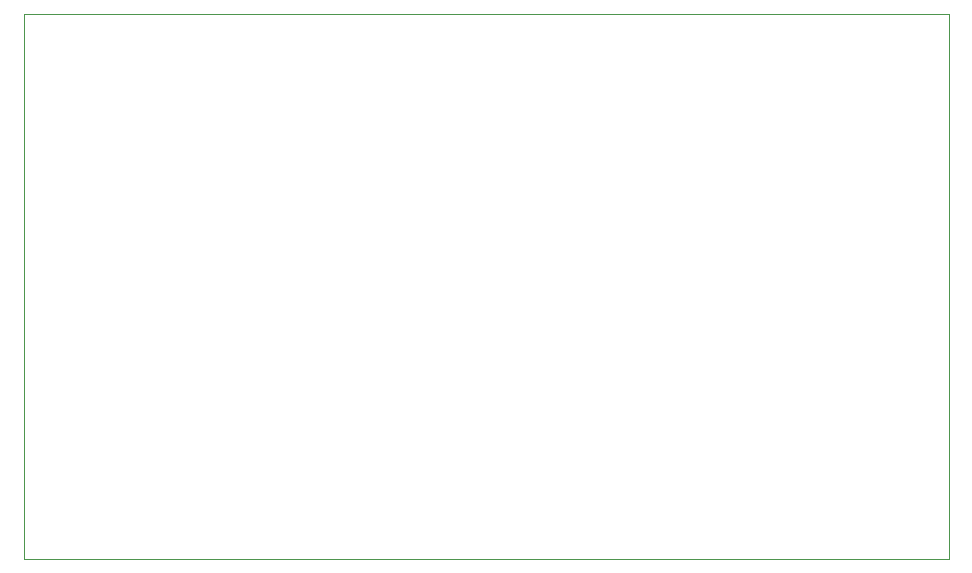
<source format=gbr>
%TF.GenerationSoftware,KiCad,Pcbnew,8.0.8*%
%TF.CreationDate,2025-02-01T00:49:18+03:00*%
%TF.ProjectId,Pistol_Camera_Driver,50697374-6f6c-45f4-9361-6d6572615f44,rev?*%
%TF.SameCoordinates,Original*%
%TF.FileFunction,Profile,NP*%
%FSLAX46Y46*%
G04 Gerber Fmt 4.6, Leading zero omitted, Abs format (unit mm)*
G04 Created by KiCad (PCBNEW 8.0.8) date 2025-02-01 00:49:18*
%MOMM*%
%LPD*%
G01*
G04 APERTURE LIST*
%TA.AperFunction,Profile*%
%ADD10C,0.100000*%
%TD*%
G04 APERTURE END LIST*
D10*
X34930000Y-31600000D02*
X113230000Y-31600000D01*
X113230000Y-77700000D01*
X34930000Y-77700000D01*
X34930000Y-31600000D01*
M02*

</source>
